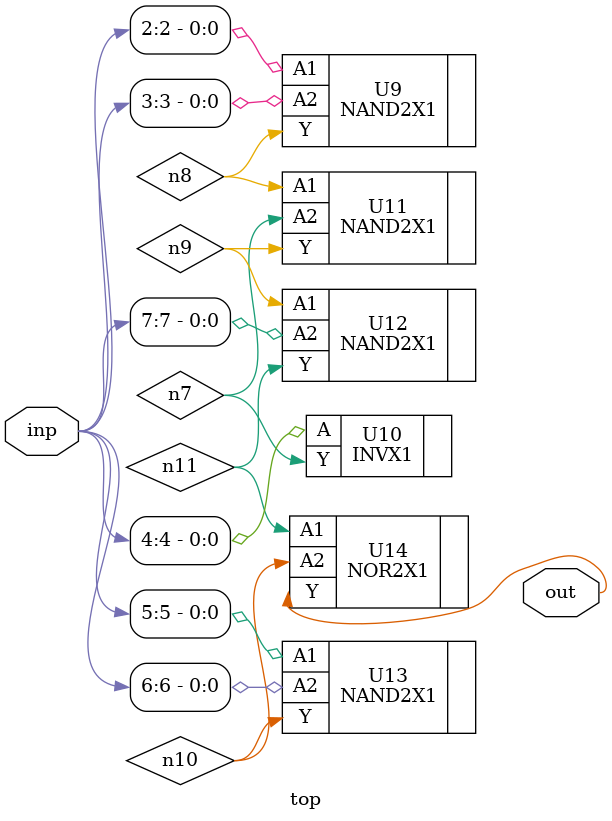
<source format=sv>


module top ( inp, out );
  input [7:0] inp;
  output out;
  wire   n7, n8, n9, n10, n11;

  NAND2X1 U9 ( .A1(inp[2]), .A2(inp[3]), .Y(n8) );
  INVX1 U10 ( .A(inp[4]), .Y(n7) );
  NAND2X1 U11 ( .A1(n8), .A2(n7), .Y(n9) );
  NAND2X1 U12 ( .A1(n9), .A2(inp[7]), .Y(n11) );
  NAND2X1 U13 ( .A1(inp[5]), .A2(inp[6]), .Y(n10) );
  NOR2X1 U14 ( .A1(n11), .A2(n10), .Y(out) );
endmodule


</source>
